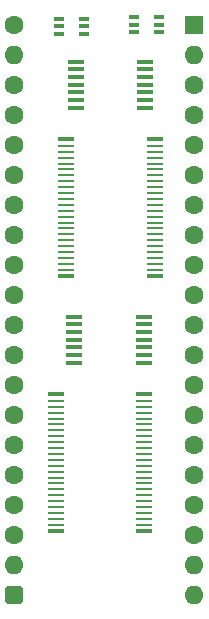
<source format=gts>
%TF.GenerationSoftware,KiCad,Pcbnew,8.0.4*%
%TF.CreationDate,2024-08-12T14:47:45+02:00*%
%TF.ProjectId,HCP65 Device Interrupts,48435036-3520-4446-9576-69636520496e,rev?*%
%TF.SameCoordinates,PX525bfc0PY43d3480*%
%TF.FileFunction,Soldermask,Top*%
%TF.FilePolarity,Negative*%
%FSLAX46Y46*%
G04 Gerber Fmt 4.6, Leading zero omitted, Abs format (unit mm)*
G04 Created by KiCad (PCBNEW 8.0.4) date 2024-08-12 14:47:45*
%MOMM*%
%LPD*%
G01*
G04 APERTURE LIST*
G04 Aperture macros list*
%AMRoundRect*
0 Rectangle with rounded corners*
0 $1 Rounding radius*
0 $2 $3 $4 $5 $6 $7 $8 $9 X,Y pos of 4 corners*
0 Add a 4 corners polygon primitive as box body*
4,1,4,$2,$3,$4,$5,$6,$7,$8,$9,$2,$3,0*
0 Add four circle primitives for the rounded corners*
1,1,$1+$1,$2,$3*
1,1,$1+$1,$4,$5*
1,1,$1+$1,$6,$7*
1,1,$1+$1,$8,$9*
0 Add four rect primitives between the rounded corners*
20,1,$1+$1,$2,$3,$4,$5,0*
20,1,$1+$1,$4,$5,$6,$7,0*
20,1,$1+$1,$6,$7,$8,$9,0*
20,1,$1+$1,$8,$9,$2,$3,0*%
G04 Aperture macros list end*
%ADD10C,1.600000*%
%ADD11O,1.600000X1.600000*%
%ADD12RoundRect,0.400000X-0.400000X-0.400000X0.400000X-0.400000X0.400000X0.400000X-0.400000X0.400000X0*%
%ADD13R,1.600000X1.600000*%
%ADD14R,1.475000X0.450000*%
%ADD15R,1.400000X0.400000*%
%ADD16R,1.400000X0.280000*%
%ADD17R,0.875000X0.450000*%
G04 APERTURE END LIST*
D10*
%TO.C,J2*%
X0Y0D03*
D11*
X0Y-2540000D03*
D10*
X0Y-5080000D03*
X0Y-7620000D03*
X0Y-10160000D03*
X0Y-12700000D03*
X0Y-15240000D03*
X0Y-17780000D03*
X0Y-20320000D03*
X0Y-22860000D03*
X0Y-25400000D03*
X0Y-27940000D03*
X0Y-30480000D03*
X0Y-33020000D03*
X0Y-35560000D03*
X0Y-38100000D03*
X0Y-40640000D03*
X0Y-43180000D03*
D11*
X0Y-45720000D03*
D12*
X0Y-48260000D03*
D11*
X15240000Y-48260000D03*
X15240000Y-45720000D03*
D10*
X15240000Y-43180000D03*
X15240000Y-40640000D03*
X15240000Y-38100000D03*
X15240000Y-35560000D03*
X15240000Y-33020000D03*
X15240000Y-30480000D03*
X15240000Y-27940000D03*
X15240000Y-25400000D03*
X15240000Y-22860000D03*
X15240000Y-20320000D03*
X15240000Y-17780000D03*
X15240000Y-15240000D03*
X15240000Y-12700000D03*
X15240000Y-10160000D03*
X15240000Y-7620000D03*
X15240000Y-5080000D03*
D11*
X15240000Y-2540000D03*
D13*
X15240000Y0D03*
%TD*%
D14*
%TO.C,IC2*%
X5190000Y-3130000D03*
X5190000Y-3780000D03*
X5190000Y-4430000D03*
X5190000Y-5080000D03*
X5190000Y-5730000D03*
X5190000Y-6380000D03*
X5190000Y-7030000D03*
X11066000Y-7030000D03*
X11066000Y-6380000D03*
X11066000Y-5730000D03*
X11066000Y-5080000D03*
X11066000Y-4430000D03*
X11066000Y-3780000D03*
X11066000Y-3130000D03*
%TD*%
D15*
%TO.C,IC1*%
X4378000Y-9684000D03*
D16*
X4378000Y-10244000D03*
X4378000Y-10744000D03*
X4378000Y-11244000D03*
X4378000Y-11744000D03*
X4378000Y-12244000D03*
X4378000Y-12744000D03*
X4378000Y-13244000D03*
X4378000Y-13744000D03*
X4378000Y-14244000D03*
X4378000Y-14744000D03*
X4378000Y-15244000D03*
X4378000Y-15744000D03*
X4378000Y-16244000D03*
X4378000Y-16744000D03*
X4378000Y-17244000D03*
X4378000Y-17744000D03*
X4378000Y-18244000D03*
X4378000Y-18744000D03*
X4378000Y-19244000D03*
X4378000Y-19744000D03*
X4378000Y-20244000D03*
X4378000Y-20744000D03*
D15*
X4378000Y-21304000D03*
X11878000Y-21304000D03*
D16*
X11878000Y-20744000D03*
X11878000Y-20244000D03*
X11878000Y-19744000D03*
X11878000Y-19244000D03*
X11878000Y-18744000D03*
X11878000Y-18244000D03*
X11878000Y-17744000D03*
X11878000Y-17244000D03*
X11878000Y-16744000D03*
X11878000Y-16244000D03*
X11878000Y-15744000D03*
X11878000Y-15244000D03*
X11878000Y-14744000D03*
X11878000Y-14244000D03*
X11878000Y-13744000D03*
X11878000Y-13244000D03*
X11878000Y-12744000D03*
X11878000Y-12244000D03*
X11878000Y-11744000D03*
X11878000Y-11244000D03*
X11878000Y-10744000D03*
X11878000Y-10244000D03*
D15*
X11878000Y-9684000D03*
%TD*%
D17*
%TO.C,IC7*%
X3764000Y523000D03*
X3764000Y-127000D03*
X3764000Y-777000D03*
X5888000Y-777000D03*
X5888000Y-127000D03*
X5888000Y523000D03*
%TD*%
D14*
%TO.C,IC3*%
X5063000Y-24720000D03*
X5063000Y-25370000D03*
X5063000Y-26020000D03*
X5063000Y-26670000D03*
X5063000Y-27320000D03*
X5063000Y-27970000D03*
X5063000Y-28620000D03*
X10939000Y-28620000D03*
X10939000Y-27970000D03*
X10939000Y-27320000D03*
X10939000Y-26670000D03*
X10939000Y-26020000D03*
X10939000Y-25370000D03*
X10939000Y-24720000D03*
%TD*%
D15*
%TO.C,IC4*%
X3489000Y-31274000D03*
D16*
X3489000Y-31834000D03*
X3489000Y-32334000D03*
X3489000Y-32834000D03*
X3489000Y-33334000D03*
X3489000Y-33834000D03*
X3489000Y-34334000D03*
X3489000Y-34834000D03*
X3489000Y-35334000D03*
X3489000Y-35834000D03*
X3489000Y-36334000D03*
X3489000Y-36834000D03*
X3489000Y-37334000D03*
X3489000Y-37834000D03*
X3489000Y-38334000D03*
X3489000Y-38834000D03*
X3489000Y-39334000D03*
X3489000Y-39834000D03*
X3489000Y-40334000D03*
X3489000Y-40834000D03*
X3489000Y-41334000D03*
X3489000Y-41834000D03*
X3489000Y-42334000D03*
D15*
X3489000Y-42894000D03*
X10989000Y-42894000D03*
D16*
X10989000Y-42334000D03*
X10989000Y-41834000D03*
X10989000Y-41334000D03*
X10989000Y-40834000D03*
X10989000Y-40334000D03*
X10989000Y-39834000D03*
X10989000Y-39334000D03*
X10989000Y-38834000D03*
X10989000Y-38334000D03*
X10989000Y-37834000D03*
X10989000Y-37334000D03*
X10989000Y-36834000D03*
X10989000Y-36334000D03*
X10989000Y-35834000D03*
X10989000Y-35334000D03*
X10989000Y-34834000D03*
X10989000Y-34334000D03*
X10989000Y-33834000D03*
X10989000Y-33334000D03*
X10989000Y-32834000D03*
X10989000Y-32334000D03*
X10989000Y-31834000D03*
D15*
X10989000Y-31274000D03*
%TD*%
D17*
%TO.C,IC9*%
X12238000Y-650000D03*
X12238000Y0D03*
X12238000Y650000D03*
X10114000Y650000D03*
X10114000Y0D03*
X10114000Y-650000D03*
%TD*%
M02*

</source>
